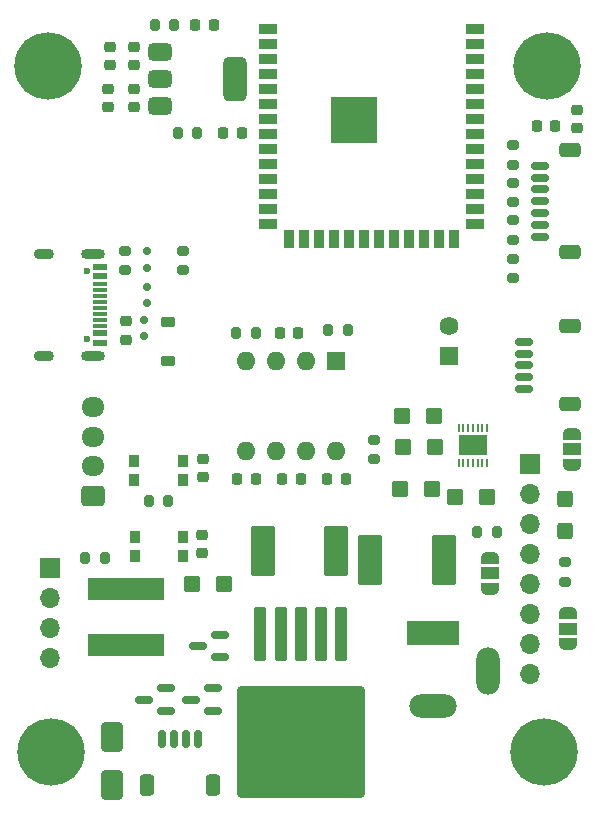
<source format=gbr>
%TF.GenerationSoftware,KiCad,Pcbnew,8.0.3*%
%TF.CreationDate,2024-07-09T19:18:38+01:00*%
%TF.ProjectId,LEDStrip,4c454453-7472-4697-902e-6b696361645f,rev?*%
%TF.SameCoordinates,Original*%
%TF.FileFunction,Soldermask,Top*%
%TF.FilePolarity,Negative*%
%FSLAX46Y46*%
G04 Gerber Fmt 4.6, Leading zero omitted, Abs format (unit mm)*
G04 Created by KiCad (PCBNEW 8.0.3) date 2024-07-09 19:18:38*
%MOMM*%
%LPD*%
G01*
G04 APERTURE LIST*
G04 Aperture macros list*
%AMRoundRect*
0 Rectangle with rounded corners*
0 $1 Rounding radius*
0 $2 $3 $4 $5 $6 $7 $8 $9 X,Y pos of 4 corners*
0 Add a 4 corners polygon primitive as box body*
4,1,4,$2,$3,$4,$5,$6,$7,$8,$9,$2,$3,0*
0 Add four circle primitives for the rounded corners*
1,1,$1+$1,$2,$3*
1,1,$1+$1,$4,$5*
1,1,$1+$1,$6,$7*
1,1,$1+$1,$8,$9*
0 Add four rect primitives between the rounded corners*
20,1,$1+$1,$2,$3,$4,$5,0*
20,1,$1+$1,$4,$5,$6,$7,0*
20,1,$1+$1,$6,$7,$8,$9,0*
20,1,$1+$1,$8,$9,$2,$3,0*%
%AMFreePoly0*
4,1,19,0.550000,-0.750000,0.000000,-0.750000,0.000000,-0.744911,-0.071157,-0.744911,-0.207708,-0.704816,-0.327430,-0.627875,-0.420627,-0.520320,-0.479746,-0.390866,-0.500000,-0.250000,-0.500000,0.250000,-0.479746,0.390866,-0.420627,0.520320,-0.327430,0.627875,-0.207708,0.704816,-0.071157,0.744911,0.000000,0.744911,0.000000,0.750000,0.550000,0.750000,0.550000,-0.750000,0.550000,-0.750000,
$1*%
%AMFreePoly1*
4,1,19,0.000000,0.744911,0.071157,0.744911,0.207708,0.704816,0.327430,0.627875,0.420627,0.520320,0.479746,0.390866,0.500000,0.250000,0.500000,-0.250000,0.479746,-0.390866,0.420627,-0.520320,0.327430,-0.627875,0.207708,-0.704816,0.071157,-0.744911,0.000000,-0.744911,0.000000,-0.750000,-0.550000,-0.750000,-0.550000,0.750000,0.000000,0.750000,0.000000,0.744911,0.000000,0.744911,
$1*%
G04 Aperture macros list end*
%ADD10RoundRect,0.150000X0.625000X-0.150000X0.625000X0.150000X-0.625000X0.150000X-0.625000X-0.150000X0*%
%ADD11RoundRect,0.250000X0.650000X-0.350000X0.650000X0.350000X-0.650000X0.350000X-0.650000X-0.350000X0*%
%ADD12FreePoly0,90.000000*%
%ADD13R,1.500000X1.000000*%
%ADD14FreePoly1,90.000000*%
%ADD15RoundRect,0.225000X-0.250000X0.225000X-0.250000X-0.225000X0.250000X-0.225000X0.250000X0.225000X0*%
%ADD16R,4.500000X2.000000*%
%ADD17O,4.000000X2.000000*%
%ADD18O,2.000000X4.000000*%
%ADD19RoundRect,0.200000X0.275000X-0.200000X0.275000X0.200000X-0.275000X0.200000X-0.275000X-0.200000X0*%
%ADD20C,5.700000*%
%ADD21RoundRect,0.250000X-0.650000X1.000000X-0.650000X-1.000000X0.650000X-1.000000X0.650000X1.000000X0*%
%ADD22RoundRect,0.250000X-0.450000X-0.425000X0.450000X-0.425000X0.450000X0.425000X-0.450000X0.425000X0*%
%ADD23R,1.600000X1.600000*%
%ADD24O,1.600000X1.600000*%
%ADD25RoundRect,0.150000X-0.200000X0.150000X-0.200000X-0.150000X0.200000X-0.150000X0.200000X0.150000X0*%
%ADD26RoundRect,0.225000X0.250000X-0.225000X0.250000X0.225000X-0.250000X0.225000X-0.250000X-0.225000X0*%
%ADD27RoundRect,0.250000X-0.650000X0.350000X-0.650000X-0.350000X0.650000X-0.350000X0.650000X0.350000X0*%
%ADD28RoundRect,0.150000X-0.625000X0.150000X-0.625000X-0.150000X0.625000X-0.150000X0.625000X0.150000X0*%
%ADD29RoundRect,0.150000X0.200000X-0.150000X0.200000X0.150000X-0.200000X0.150000X-0.200000X-0.150000X0*%
%ADD30RoundRect,0.218750X0.218750X0.256250X-0.218750X0.256250X-0.218750X-0.256250X0.218750X-0.256250X0*%
%ADD31RoundRect,0.200000X0.200000X0.275000X-0.200000X0.275000X-0.200000X-0.275000X0.200000X-0.275000X0*%
%ADD32RoundRect,0.225000X0.225000X0.250000X-0.225000X0.250000X-0.225000X-0.250000X0.225000X-0.250000X0*%
%ADD33R,0.900000X1.000000*%
%ADD34R,0.250000X0.700000*%
%ADD35R,2.350000X1.780000*%
%ADD36RoundRect,0.200000X-0.275000X0.200000X-0.275000X-0.200000X0.275000X-0.200000X0.275000X0.200000X0*%
%ADD37RoundRect,0.250000X-0.787500X-1.875000X0.787500X-1.875000X0.787500X1.875000X-0.787500X1.875000X0*%
%ADD38FreePoly0,270.000000*%
%ADD39FreePoly1,270.000000*%
%ADD40C,0.600000*%
%ADD41R,1.160000X0.600000*%
%ADD42R,1.160000X0.300000*%
%ADD43O,2.000000X0.900000*%
%ADD44O,1.700000X0.900000*%
%ADD45RoundRect,0.250000X-0.425000X0.450000X-0.425000X-0.450000X0.425000X-0.450000X0.425000X0.450000X0*%
%ADD46RoundRect,0.150000X-0.150000X-0.625000X0.150000X-0.625000X0.150000X0.625000X-0.150000X0.625000X0*%
%ADD47RoundRect,0.250000X-0.350000X-0.650000X0.350000X-0.650000X0.350000X0.650000X-0.350000X0.650000X0*%
%ADD48RoundRect,0.250000X0.725000X-0.600000X0.725000X0.600000X-0.725000X0.600000X-0.725000X-0.600000X0*%
%ADD49O,1.950000X1.700000*%
%ADD50RoundRect,0.150000X0.587500X0.150000X-0.587500X0.150000X-0.587500X-0.150000X0.587500X-0.150000X0*%
%ADD51RoundRect,0.225000X-0.375000X0.225000X-0.375000X-0.225000X0.375000X-0.225000X0.375000X0.225000X0*%
%ADD52RoundRect,0.250000X0.450000X0.425000X-0.450000X0.425000X-0.450000X-0.425000X0.450000X-0.425000X0*%
%ADD53RoundRect,0.225000X-0.225000X-0.250000X0.225000X-0.250000X0.225000X0.250000X-0.225000X0.250000X0*%
%ADD54R,1.700000X1.700000*%
%ADD55O,1.700000X1.700000*%
%ADD56RoundRect,0.200000X-0.200000X-0.275000X0.200000X-0.275000X0.200000X0.275000X-0.200000X0.275000X0*%
%ADD57R,1.500000X0.900000*%
%ADD58R,0.900000X1.500000*%
%ADD59R,3.900000X3.900000*%
%ADD60RoundRect,0.250000X-0.300000X2.050000X-0.300000X-2.050000X0.300000X-2.050000X0.300000X2.050000X0*%
%ADD61RoundRect,0.250002X-5.149998X4.449998X-5.149998X-4.449998X5.149998X-4.449998X5.149998X4.449998X0*%
%ADD62R,6.500000X1.920000*%
%ADD63RoundRect,0.102000X-0.689000X-0.689000X0.689000X-0.689000X0.689000X0.689000X-0.689000X0.689000X0*%
%ADD64C,1.582000*%
%ADD65RoundRect,0.375000X-0.625000X-0.375000X0.625000X-0.375000X0.625000X0.375000X-0.625000X0.375000X0*%
%ADD66RoundRect,0.500000X-0.500000X-1.400000X0.500000X-1.400000X0.500000X1.400000X-0.500000X1.400000X0*%
G04 APERTURE END LIST*
D10*
%TO.C,J4*%
X168925000Y-95300000D03*
X168925000Y-94300000D03*
X168925000Y-93300000D03*
X168925000Y-92300000D03*
X168925000Y-91300000D03*
D11*
X172800000Y-96600000D03*
X172800000Y-90000000D03*
%TD*%
D12*
%TO.C,JP2*%
X173000000Y-101700000D03*
D13*
X173000000Y-100400000D03*
D14*
X173000000Y-99100000D03*
%TD*%
D15*
%TO.C,C5*%
X135865000Y-66300000D03*
X135865000Y-67850000D03*
%TD*%
D16*
%TO.C,J5*%
X161200000Y-115950000D03*
D17*
X161200000Y-122150000D03*
D18*
X165900000Y-119150000D03*
%TD*%
D19*
%TO.C,R14*%
X172400000Y-111600000D03*
X172400000Y-109950000D03*
%TD*%
D20*
%TO.C,H3*%
X128600000Y-67950000D03*
%TD*%
D21*
%TO.C,D3*%
X134000000Y-124800000D03*
X134000000Y-128800000D03*
%TD*%
D22*
%TO.C,C15*%
X158400000Y-103800000D03*
X161100000Y-103800000D03*
%TD*%
D12*
%TO.C,JP1*%
X172600000Y-116900000D03*
D13*
X172600000Y-115600000D03*
D14*
X172600000Y-114300000D03*
%TD*%
D23*
%TO.C,U1*%
X153000000Y-92925000D03*
D24*
X150460000Y-92925000D03*
X147920000Y-92925000D03*
X145380000Y-92925000D03*
X145380000Y-100545000D03*
X147920000Y-100545000D03*
X150460000Y-100545000D03*
X153000000Y-100545000D03*
%TD*%
D25*
%TO.C,D5*%
X136760000Y-90850000D03*
X136760000Y-89450000D03*
%TD*%
D26*
%TO.C,C3*%
X135865000Y-71450000D03*
X135865000Y-69900000D03*
%TD*%
D27*
%TO.C,SW3*%
X172815000Y-75100000D03*
X172815000Y-83700000D03*
D28*
X170290000Y-82400000D03*
X170290000Y-76400000D03*
X170290000Y-77400000D03*
X170290000Y-81400000D03*
X170290000Y-78400000D03*
X170290000Y-79400000D03*
X170290000Y-80400000D03*
%TD*%
D19*
%TO.C,R2*%
X140000000Y-85225000D03*
X140000000Y-83575000D03*
%TD*%
D29*
%TO.C,D4*%
X136960000Y-83650000D03*
X136960000Y-85050000D03*
%TD*%
D30*
%TO.C,D6*%
X142665000Y-64450000D03*
X141090000Y-64450000D03*
%TD*%
D31*
%TO.C,R5*%
X154000000Y-90325000D03*
X152350000Y-90325000D03*
%TD*%
D32*
%TO.C,C7*%
X171565000Y-73050000D03*
X170015000Y-73050000D03*
%TD*%
D33*
%TO.C,SW2*%
X135950000Y-107800000D03*
X140050000Y-107800000D03*
X135950000Y-109400000D03*
X140050000Y-109400000D03*
%TD*%
D26*
%TO.C,C2*%
X133665000Y-71425000D03*
X133665000Y-69875000D03*
%TD*%
D34*
%TO.C,U6*%
X163387500Y-101525000D03*
X163787500Y-101525000D03*
X164187500Y-101525000D03*
X164587500Y-101525000D03*
X164987500Y-101525000D03*
X165387500Y-101525000D03*
X165787500Y-101525000D03*
X165787500Y-98575000D03*
X165387500Y-98575000D03*
X164987500Y-98575000D03*
X164587500Y-98575000D03*
X164187500Y-98575000D03*
X163787500Y-98575000D03*
X163387500Y-98575000D03*
D35*
X164587500Y-100050000D03*
%TD*%
D19*
%TO.C,R1*%
X135160000Y-85250000D03*
X135160000Y-83600000D03*
%TD*%
D36*
%TO.C,R11*%
X168015000Y-77850000D03*
X168015000Y-79500000D03*
%TD*%
D37*
%TO.C,CIN2*%
X146775000Y-109000000D03*
X153000000Y-109000000D03*
%TD*%
D29*
%TO.C,D2*%
X136960000Y-86650000D03*
X136960000Y-88050000D03*
%TD*%
D38*
%TO.C,JP3*%
X166000000Y-109600000D03*
D13*
X166000000Y-110900000D03*
D39*
X166000000Y-112200000D03*
%TD*%
D22*
%TO.C,COUT1*%
X140800000Y-111800000D03*
X143500000Y-111800000D03*
%TD*%
D15*
%TO.C,C4*%
X133865000Y-66325000D03*
X133865000Y-67875000D03*
%TD*%
D40*
%TO.C,J1*%
X131920000Y-85280000D03*
X131920000Y-91060000D03*
D41*
X132980000Y-84970000D03*
X132980000Y-85770000D03*
D42*
X132980000Y-86920000D03*
X132980000Y-87920000D03*
X132980000Y-88420000D03*
X132980000Y-89420000D03*
D41*
X132980000Y-90570000D03*
X132980000Y-91370000D03*
X132980000Y-91370000D03*
X132980000Y-90570000D03*
D42*
X132980000Y-89920000D03*
X132980000Y-88920000D03*
X132980000Y-87420000D03*
X132980000Y-86420000D03*
D41*
X132980000Y-85770000D03*
X132980000Y-84970000D03*
D43*
X132400000Y-83850000D03*
D44*
X128230000Y-83850000D03*
D43*
X132400000Y-92490000D03*
D44*
X128230000Y-92490000D03*
%TD*%
D45*
%TO.C,C18*%
X172400000Y-104600000D03*
X172400000Y-107300000D03*
%TD*%
D46*
%TO.C,J2*%
X138300000Y-124925000D03*
X139300000Y-124925000D03*
X140300000Y-124925000D03*
X141300000Y-124925000D03*
D47*
X137000000Y-128800000D03*
X142600000Y-128800000D03*
%TD*%
D48*
%TO.C,J3*%
X132400000Y-104350000D03*
D49*
X132400000Y-101850000D03*
X132400000Y-99350000D03*
X132400000Y-96850000D03*
%TD*%
D20*
%TO.C,H4*%
X128875000Y-126000000D03*
%TD*%
D32*
%TO.C,C11*%
X146200000Y-102925000D03*
X144650000Y-102925000D03*
%TD*%
D50*
%TO.C,Q1*%
X142600000Y-122550000D03*
X142600000Y-120650000D03*
X140725000Y-121600000D03*
%TD*%
D51*
%TO.C,D1*%
X138760000Y-89600000D03*
X138760000Y-92900000D03*
%TD*%
D52*
%TO.C,C19*%
X165800000Y-104400000D03*
X163100000Y-104400000D03*
%TD*%
D53*
%TO.C,C12*%
X148450000Y-102925000D03*
X150000000Y-102925000D03*
%TD*%
D54*
%TO.C,J6*%
X128800000Y-110460000D03*
D55*
X128800000Y-113000000D03*
X128800000Y-115540000D03*
X128800000Y-118080000D03*
%TD*%
D56*
%TO.C,R6*%
X144550000Y-90525000D03*
X146200000Y-90525000D03*
%TD*%
D36*
%TO.C,R16*%
X168015000Y-74650000D03*
X168015000Y-76300000D03*
%TD*%
D56*
%TO.C,R3*%
X137640000Y-64450000D03*
X139290000Y-64450000D03*
%TD*%
D36*
%TO.C,R10*%
X168015000Y-81000000D03*
X168015000Y-82650000D03*
%TD*%
D57*
%TO.C,U2*%
X147265000Y-64840000D03*
X147265000Y-66110000D03*
X147265000Y-67380000D03*
X147265000Y-68650000D03*
X147265000Y-69920000D03*
X147265000Y-71190000D03*
X147265000Y-72460000D03*
X147265000Y-73730000D03*
X147265000Y-75000000D03*
X147265000Y-76270000D03*
X147265000Y-77540000D03*
X147265000Y-78810000D03*
X147265000Y-80080000D03*
X147265000Y-81350000D03*
D58*
X149030000Y-82600000D03*
X150300000Y-82600000D03*
X151570000Y-82600000D03*
X152840000Y-82600000D03*
X154110000Y-82600000D03*
X155380000Y-82600000D03*
X156650000Y-82600000D03*
X157920000Y-82600000D03*
X159190000Y-82600000D03*
X160460000Y-82600000D03*
X161730000Y-82600000D03*
X163000000Y-82600000D03*
D57*
X164765000Y-81350000D03*
X164765000Y-80080000D03*
X164765000Y-78810000D03*
X164765000Y-77540000D03*
X164765000Y-76270000D03*
X164765000Y-75000000D03*
X164765000Y-73730000D03*
X164765000Y-72460000D03*
X164765000Y-71190000D03*
X164765000Y-69920000D03*
X164765000Y-68650000D03*
X164765000Y-67380000D03*
X164765000Y-66110000D03*
X164765000Y-64840000D03*
D40*
X153115000Y-71860000D03*
X153115000Y-73260000D03*
X153815000Y-71160000D03*
X153815000Y-72560000D03*
X153815000Y-73960000D03*
X154515000Y-71860000D03*
D59*
X154515000Y-72560000D03*
D40*
X154515000Y-73260000D03*
X155215000Y-71160000D03*
X155215000Y-72560000D03*
X155215000Y-73960000D03*
X155915000Y-71860000D03*
X155915000Y-73260000D03*
%TD*%
D52*
%TO.C,C17*%
X161300000Y-97600000D03*
X158600000Y-97600000D03*
%TD*%
D32*
%TO.C,C10*%
X149800000Y-90525000D03*
X148250000Y-90525000D03*
%TD*%
D37*
%TO.C,CIN1*%
X155887500Y-109800000D03*
X162112500Y-109800000D03*
%TD*%
D26*
%TO.C,C13*%
X141775000Y-102775000D03*
X141775000Y-101225000D03*
%TD*%
D15*
%TO.C,C1*%
X135195000Y-89570000D03*
X135195000Y-91120000D03*
%TD*%
D36*
%TO.C,R15*%
X168015000Y-84250000D03*
X168015000Y-85900000D03*
%TD*%
D31*
%TO.C,R12*%
X166600000Y-107400000D03*
X164950000Y-107400000D03*
%TD*%
D32*
%TO.C,C8*%
X145015000Y-73650000D03*
X143465000Y-73650000D03*
%TD*%
D50*
%TO.C,Q2*%
X138600000Y-122550000D03*
X138600000Y-120650000D03*
X136725000Y-121600000D03*
%TD*%
D33*
%TO.C,SW1*%
X135925000Y-101375000D03*
X140025000Y-101375000D03*
X135925000Y-102975000D03*
X140025000Y-102975000D03*
%TD*%
D60*
%TO.C,U3*%
X153400000Y-116050000D03*
X151700000Y-116050000D03*
X150000000Y-116050000D03*
D61*
X150000000Y-125200000D03*
D60*
X148300000Y-116050000D03*
X146600000Y-116050000D03*
%TD*%
D26*
%TO.C,C14*%
X141650000Y-109200000D03*
X141650000Y-107650000D03*
%TD*%
D62*
%TO.C,L1*%
X135200000Y-117010000D03*
X135200000Y-112190000D03*
%TD*%
D63*
%TO.C,MK1*%
X162600000Y-92540000D03*
D64*
X162600000Y-90000000D03*
%TD*%
D54*
%TO.C,J7*%
X169400000Y-101620000D03*
D55*
X169400000Y-104160000D03*
X169400000Y-106700000D03*
X169400000Y-109240000D03*
X169400000Y-111780000D03*
X169400000Y-114320000D03*
X169400000Y-116860000D03*
X169400000Y-119400000D03*
%TD*%
D53*
%TO.C,C9*%
X152250000Y-102925000D03*
X153800000Y-102925000D03*
%TD*%
D20*
%TO.C,H2*%
X170600000Y-126000000D03*
%TD*%
D56*
%TO.C,R4*%
X139615000Y-73650000D03*
X141265000Y-73650000D03*
%TD*%
D50*
%TO.C,Q3*%
X143200000Y-118000000D03*
X143200000Y-116100000D03*
X141325000Y-117050000D03*
%TD*%
D52*
%TO.C,C16*%
X161400000Y-100200000D03*
X158700000Y-100200000D03*
%TD*%
D31*
%TO.C,R8*%
X133400000Y-109600000D03*
X131750000Y-109600000D03*
%TD*%
%TO.C,R7*%
X138775000Y-104775000D03*
X137125000Y-104775000D03*
%TD*%
D19*
%TO.C,R13*%
X156175000Y-101250000D03*
X156175000Y-99600000D03*
%TD*%
D65*
%TO.C,U4*%
X138115000Y-66750000D03*
X138115000Y-69050000D03*
D66*
X144415000Y-69050000D03*
D65*
X138115000Y-71350000D03*
%TD*%
D26*
%TO.C,C6*%
X173415000Y-73200000D03*
X173415000Y-71650000D03*
%TD*%
D20*
%TO.C,H1*%
X170875000Y-67950000D03*
%TD*%
M02*

</source>
